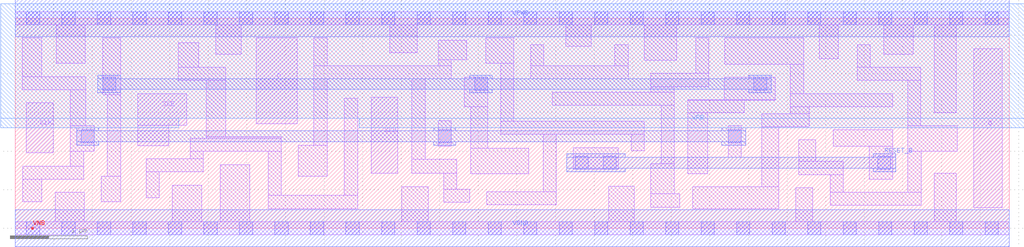
<source format=lef>
# Copyright 2020 The SkyWater PDK Authors
#
# Licensed under the Apache License, Version 2.0 (the "License");
# you may not use this file except in compliance with the License.
# You may obtain a copy of the License at
#
#     https://www.apache.org/licenses/LICENSE-2.0
#
# Unless required by applicable law or agreed to in writing, software
# distributed under the License is distributed on an "AS IS" BASIS,
# WITHOUT WARRANTIES OR CONDITIONS OF ANY KIND, either express or implied.
# See the License for the specific language governing permissions and
# limitations under the License.
#
# SPDX-License-Identifier: Apache-2.0

VERSION 5.7 ;
  NOWIREEXTENSIONATPIN ON ;
  DIVIDERCHAR "/" ;
  BUSBITCHARS "[]" ;
PROPERTYDEFINITIONS
  MACRO maskLayoutSubType STRING ;
  MACRO prCellType STRING ;
  MACRO originalViewName STRING ;
END PROPERTYDEFINITIONS
MACRO sky130_fd_sc_hdll__sdfrtp_1
  CLASS CORE ;
  FOREIGN sky130_fd_sc_hdll__sdfrtp_1 ;
  ORIGIN  0.000000  0.000000 ;
  SIZE  12.88000 BY  2.720000 ;
  SYMMETRY X Y R90 ;
  SITE unithd ;
  PIN CLK
    ANTENNAGATEAREA  0.277500 ;
    DIRECTION INPUT ;
    USE SIGNAL ;
    PORT
      LAYER li1 ;
        RECT 0.140000 0.975000 0.490000 1.625000 ;
    END
  END CLK
  PIN D
    ANTENNAGATEAREA  0.160200 ;
    DIRECTION INPUT ;
    USE SIGNAL ;
    PORT
      LAYER li1 ;
        RECT 3.120000 1.355000 3.655000 2.465000 ;
    END
  END D
  PIN Q
    ANTENNADIFFAREA  0.513250 ;
    DIRECTION OUTPUT ;
    USE SIGNAL ;
    PORT
      LAYER li1 ;
        RECT 12.420000 0.265000 12.785000 2.325000 ;
    END
  END Q
  PIN RESET_B
    ANTENNAGATEAREA  0.277200 ;
    DIRECTION INPUT ;
    USE SIGNAL ;
    PORT
      LAYER met1 ;
        RECT  7.145000 0.735000  7.900000 0.780000 ;
        RECT  7.145000 0.780000 11.405000 0.920000 ;
        RECT  7.145000 0.920000  7.900000 0.965000 ;
        RECT 11.115000 0.735000 11.405000 0.780000 ;
        RECT 11.115000 0.920000 11.405000 0.965000 ;
    END
  END RESET_B
  PIN SCD
    ANTENNAGATEAREA  0.172800 ;
    DIRECTION INPUT ;
    USE SIGNAL ;
    PORT
      LAYER li1 ;
        RECT 4.610000 0.710000 4.955000 1.700000 ;
    END
  END SCD
  PIN SCE
    ANTENNAGATEAREA  0.467400 ;
    DIRECTION INPUT ;
    USE SIGNAL ;
    PORT
      LAYER li1 ;
        RECT 1.585000 1.070000 1.990000 1.335000 ;
        RECT 1.585000 1.335000 2.220000 1.745000 ;
    END
  END SCE
  PIN VNB
    PORT
      LAYER pwell ;
        RECT 0.215000 -0.010000 0.235000 0.015000 ;
    END
  END VNB
  PIN VPB
    PORT
      LAYER nwell ;
        RECT -0.190000 1.305000  2.120000 1.425000 ;
        RECT -0.190000 1.425000 13.070000 2.910000 ;
        RECT  4.455000 1.305000 13.070000 1.425000 ;
    END
  END VPB
  PIN VGND
    DIRECTION INOUT ;
    USE GROUND ;
    PORT
      LAYER met1 ;
        RECT 0.000000 -0.240000 12.880000 0.240000 ;
    END
  END VGND
  PIN VPWR
    DIRECTION INOUT ;
    USE POWER ;
    PORT
      LAYER met1 ;
        RECT 0.000000 2.480000 12.880000 2.960000 ;
    END
  END VPWR
  OBS
    LAYER li1 ;
      RECT  0.000000 -0.085000 12.880000 0.085000 ;
      RECT  0.000000  2.635000 12.880000 2.805000 ;
      RECT  0.090000  1.795000  0.915000 1.965000 ;
      RECT  0.090000  1.965000  0.345000 2.465000 ;
      RECT  0.095000  0.345000  0.345000 0.635000 ;
      RECT  0.095000  0.635000  0.885000 0.805000 ;
      RECT  0.515000  0.085000  0.895000 0.465000 ;
      RECT  0.530000  2.135000  0.910000 2.635000 ;
      RECT  0.710000  0.805000  0.885000 0.995000 ;
      RECT  0.710000  0.995000  1.025000 1.325000 ;
      RECT  0.710000  1.325000  0.915000 1.795000 ;
      RECT  1.115000  0.345000  1.365000 0.675000 ;
      RECT  1.135000  1.730000  1.365000 2.465000 ;
      RECT  1.195000  0.675000  1.365000 1.730000 ;
      RECT  1.695000  0.395000  1.865000 0.730000 ;
      RECT  1.695000  0.730000  2.435000 0.900000 ;
      RECT  2.035000  0.085000  2.415000 0.560000 ;
      RECT  2.110000  1.915000  2.730000 2.085000 ;
      RECT  2.110000  2.085000  2.380000 2.400000 ;
      RECT  2.265000  0.900000  2.435000 0.995000 ;
      RECT  2.265000  0.995000  3.445000 1.165000 ;
      RECT  2.475000  1.165000  3.445000 1.185000 ;
      RECT  2.475000  1.185000  2.730000 1.915000 ;
      RECT  2.600000  2.255000  2.930000 2.635000 ;
      RECT  2.655000  0.085000  3.035000 0.825000 ;
      RECT  3.275000  0.255000  4.435000 0.425000 ;
      RECT  3.275000  0.425000  3.445000 0.995000 ;
      RECT  3.665000  0.675000  4.045000 1.075000 ;
      RECT  3.870000  1.075000  4.045000 1.935000 ;
      RECT  3.870000  1.935000  5.650000 2.105000 ;
      RECT  3.870000  2.105000  4.040000 2.465000 ;
      RECT  4.265000  0.425000  4.435000 1.685000 ;
      RECT  4.855000  2.275000  5.205000 2.635000 ;
      RECT  5.005000  0.085000  5.350000 0.540000 ;
      RECT  5.140000  0.715000  5.720000 0.895000 ;
      RECT  5.140000  0.895000  5.310000 1.935000 ;
      RECT  5.480000  1.065000  5.650000 1.395000 ;
      RECT  5.480000  2.105000  5.650000 2.185000 ;
      RECT  5.480000  2.185000  5.850000 2.435000 ;
      RECT  5.550000  0.335000  5.890000 0.505000 ;
      RECT  5.550000  0.505000  5.720000 0.715000 ;
      RECT  5.820000  1.575000  6.120000 1.955000 ;
      RECT  5.900000  0.705000  6.650000 1.035000 ;
      RECT  5.900000  1.035000  6.120000 1.575000 ;
      RECT  6.095000  2.135000  6.460000 2.465000 ;
      RECT  6.110000  0.305000  7.010000 0.475000 ;
      RECT  6.290000  1.215000  8.150000 1.385000 ;
      RECT  6.290000  1.385000  6.460000 2.135000 ;
      RECT  6.680000  1.935000  7.940000 2.105000 ;
      RECT  6.680000  2.105000  6.850000 2.375000 ;
      RECT  6.840000  0.475000  7.010000 1.215000 ;
      RECT  6.960000  1.595000  8.540000 1.765000 ;
      RECT  7.135000  2.355000  7.465000 2.635000 ;
      RECT  7.230000  0.765000  7.810000 1.045000 ;
      RECT  7.690000  0.085000  8.020000 0.545000 ;
      RECT  7.770000  2.105000  7.940000 2.375000 ;
      RECT  7.980000  1.005000  8.150000 1.215000 ;
      RECT  8.150000  2.175000  8.570000 2.635000 ;
      RECT  8.230000  0.275000  8.610000 0.445000 ;
      RECT  8.230000  0.445000  8.540000 0.835000 ;
      RECT  8.230000  1.765000  8.540000 1.835000 ;
      RECT  8.230000  1.835000  8.985000 2.005000 ;
      RECT  8.370000  0.835000  8.540000 1.595000 ;
      RECT  8.710000  0.705000  8.970000 1.495000 ;
      RECT  8.710000  1.495000  9.445000 1.660000 ;
      RECT  8.710000  1.660000  9.845000 1.665000 ;
      RECT  8.780000  0.255000  9.890000 0.535000 ;
      RECT  8.815000  2.005000  8.985000 2.465000 ;
      RECT  9.185000  1.665000  9.845000 1.955000 ;
      RECT  9.195000  2.125000 10.215000 2.465000 ;
      RECT  9.235000  0.920000  9.405000 1.325000 ;
      RECT  9.670000  0.535000  9.890000 1.315000 ;
      RECT  9.670000  1.315000 10.285000 1.485000 ;
      RECT 10.040000  1.485000 10.285000 1.575000 ;
      RECT 10.040000  1.575000 11.370000 1.745000 ;
      RECT 10.040000  1.745000 10.215000 2.125000 ;
      RECT 10.110000  0.085000 10.330000 0.525000 ;
      RECT 10.150000  0.695000 10.730000 0.865000 ;
      RECT 10.150000  0.865000 10.370000 1.145000 ;
      RECT 10.415000  2.195000 10.665000 2.635000 ;
      RECT 10.560000  0.295000 11.735000 0.465000 ;
      RECT 10.560000  0.465000 10.730000 0.695000 ;
      RECT 10.600000  1.065000 11.370000 1.275000 ;
      RECT 10.910000  1.915000 11.730000 2.085000 ;
      RECT 10.910000  2.085000 11.080000 2.375000 ;
      RECT 11.065000  0.635000 11.370000 1.065000 ;
      RECT 11.255000  2.255000 11.635000 2.635000 ;
      RECT 11.560000  0.465000 11.735000 0.995000 ;
      RECT 11.560000  0.995000 12.205000 1.325000 ;
      RECT 11.560000  1.325000 11.730000 1.915000 ;
      RECT 11.905000  0.085000 12.190000 0.710000 ;
      RECT 11.905000  1.495000 12.190000 2.635000 ;
    LAYER mcon ;
      RECT  0.145000 -0.085000  0.315000 0.085000 ;
      RECT  0.145000  2.635000  0.315000 2.805000 ;
      RECT  0.605000 -0.085000  0.775000 0.085000 ;
      RECT  0.605000  2.635000  0.775000 2.805000 ;
      RECT  0.855000  1.105000  1.025000 1.275000 ;
      RECT  1.065000 -0.085000  1.235000 0.085000 ;
      RECT  1.065000  2.635000  1.235000 2.805000 ;
      RECT  1.135000  1.785000  1.305000 1.955000 ;
      RECT  1.525000 -0.085000  1.695000 0.085000 ;
      RECT  1.525000  2.635000  1.695000 2.805000 ;
      RECT  1.985000 -0.085000  2.155000 0.085000 ;
      RECT  1.985000  2.635000  2.155000 2.805000 ;
      RECT  2.445000 -0.085000  2.615000 0.085000 ;
      RECT  2.445000  2.635000  2.615000 2.805000 ;
      RECT  2.905000 -0.085000  3.075000 0.085000 ;
      RECT  2.905000  2.635000  3.075000 2.805000 ;
      RECT  3.365000 -0.085000  3.535000 0.085000 ;
      RECT  3.365000  2.635000  3.535000 2.805000 ;
      RECT  3.825000 -0.085000  3.995000 0.085000 ;
      RECT  3.825000  2.635000  3.995000 2.805000 ;
      RECT  4.285000 -0.085000  4.455000 0.085000 ;
      RECT  4.285000  2.635000  4.455000 2.805000 ;
      RECT  4.745000 -0.085000  4.915000 0.085000 ;
      RECT  4.745000  2.635000  4.915000 2.805000 ;
      RECT  5.205000 -0.085000  5.375000 0.085000 ;
      RECT  5.205000  2.635000  5.375000 2.805000 ;
      RECT  5.480000  1.105000  5.650000 1.275000 ;
      RECT  5.665000 -0.085000  5.835000 0.085000 ;
      RECT  5.665000  2.635000  5.835000 2.805000 ;
      RECT  5.950000  1.785000  6.120000 1.955000 ;
      RECT  6.125000 -0.085000  6.295000 0.085000 ;
      RECT  6.125000  2.635000  6.295000 2.805000 ;
      RECT  6.585000 -0.085000  6.755000 0.085000 ;
      RECT  6.585000  2.635000  6.755000 2.805000 ;
      RECT  7.045000 -0.085000  7.215000 0.085000 ;
      RECT  7.045000  2.635000  7.215000 2.805000 ;
      RECT  7.255000  0.765000  7.425000 0.935000 ;
      RECT  7.505000 -0.085000  7.675000 0.085000 ;
      RECT  7.505000  2.635000  7.675000 2.805000 ;
      RECT  7.615000  0.765000  7.785000 0.935000 ;
      RECT  7.965000 -0.085000  8.135000 0.085000 ;
      RECT  7.965000  2.635000  8.135000 2.805000 ;
      RECT  8.425000 -0.085000  8.595000 0.085000 ;
      RECT  8.425000  2.635000  8.595000 2.805000 ;
      RECT  8.885000 -0.085000  9.055000 0.085000 ;
      RECT  8.885000  2.635000  9.055000 2.805000 ;
      RECT  9.235000  1.105000  9.405000 1.275000 ;
      RECT  9.345000 -0.085000  9.515000 0.085000 ;
      RECT  9.345000  2.635000  9.515000 2.805000 ;
      RECT  9.565000  1.785000  9.735000 1.955000 ;
      RECT  9.805000 -0.085000  9.975000 0.085000 ;
      RECT  9.805000  2.635000  9.975000 2.805000 ;
      RECT 10.265000 -0.085000 10.435000 0.085000 ;
      RECT 10.265000  2.635000 10.435000 2.805000 ;
      RECT 10.725000 -0.085000 10.895000 0.085000 ;
      RECT 10.725000  2.635000 10.895000 2.805000 ;
      RECT 11.175000  0.765000 11.345000 0.935000 ;
      RECT 11.185000 -0.085000 11.355000 0.085000 ;
      RECT 11.185000  2.635000 11.355000 2.805000 ;
      RECT 11.645000 -0.085000 11.815000 0.085000 ;
      RECT 11.645000  2.635000 11.815000 2.805000 ;
      RECT 12.105000 -0.085000 12.275000 0.085000 ;
      RECT 12.105000  2.635000 12.275000 2.805000 ;
      RECT 12.565000 -0.085000 12.735000 0.085000 ;
      RECT 12.565000  2.635000 12.735000 2.805000 ;
    LAYER met1 ;
      RECT 0.795000 1.075000 1.085000 1.120000 ;
      RECT 0.795000 1.120000 9.465000 1.260000 ;
      RECT 0.795000 1.260000 1.085000 1.305000 ;
      RECT 1.070000 1.755000 1.370000 1.800000 ;
      RECT 1.070000 1.800000 9.795000 1.940000 ;
      RECT 1.070000 1.940000 1.370000 1.985000 ;
      RECT 5.420000 1.075000 5.710000 1.120000 ;
      RECT 5.420000 1.260000 5.710000 1.305000 ;
      RECT 5.890000 1.755000 6.180000 1.800000 ;
      RECT 5.890000 1.940000 6.180000 1.985000 ;
      RECT 9.155000 1.075000 9.465000 1.120000 ;
      RECT 9.155000 1.260000 9.465000 1.305000 ;
      RECT 9.500000 1.755000 9.795000 1.800000 ;
      RECT 9.500000 1.940000 9.795000 1.985000 ;
  END
  PROPERTY maskLayoutSubType "abstract" ;
  PROPERTY prCellType "standard" ;
  PROPERTY originalViewName "layout" ;
END sky130_fd_sc_hdll__sdfrtp_1
END LIBRARY

</source>
